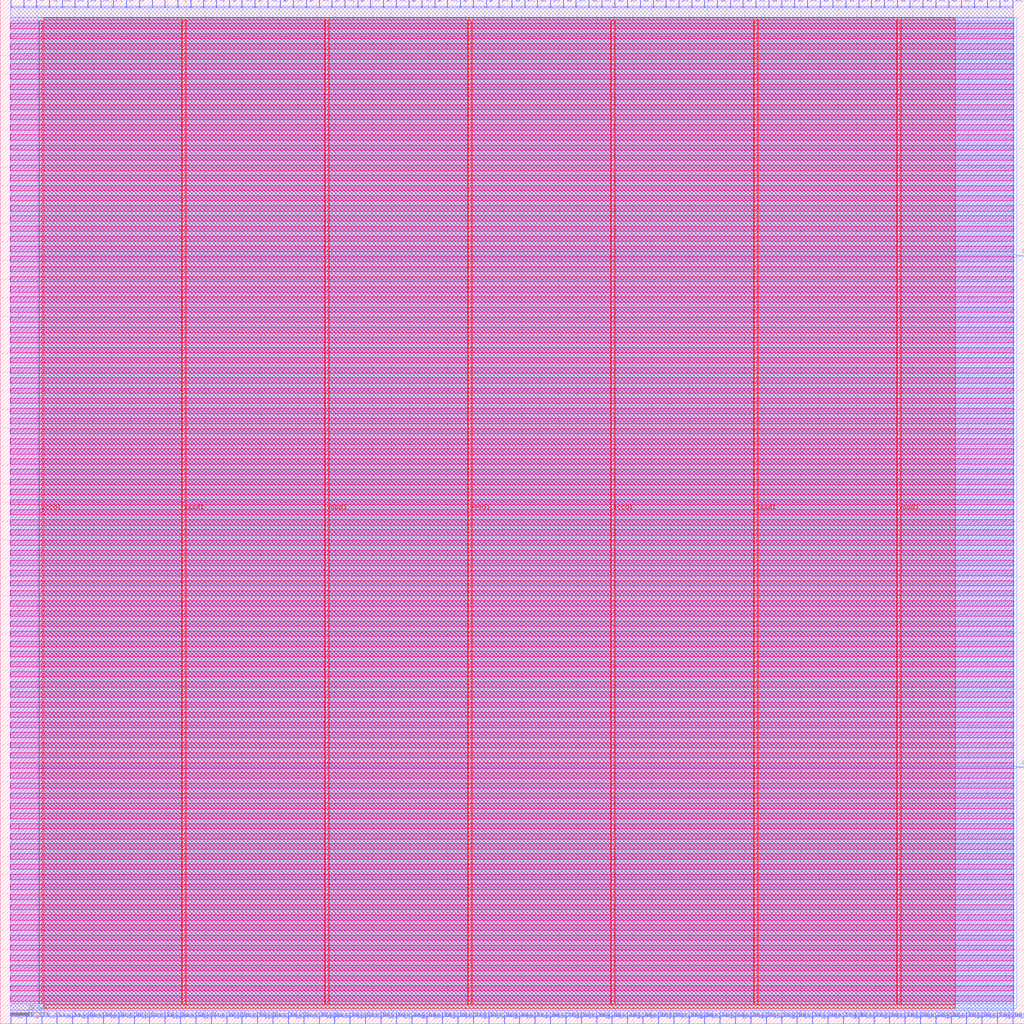
<source format=lef>
VERSION 5.7 ;
  NOWIREEXTENSIONATPIN ON ;
  DIVIDERCHAR "/" ;
  BUSBITCHARS "[]" ;
MACRO lovers_controller
  CLASS BLOCK ;
  FOREIGN lovers_controller ;
  ORIGIN 0.000 0.000 ;
  SIZE 550.000 BY 550.000 ;
  PIN becStatus[0]
    DIRECTION INPUT ;
    USE SIGNAL ;
    ANTENNAGATEAREA 0.126000 ;
    PORT
      LAYER met2 ;
        RECT 74.610 546.000 74.890 550.000 ;
    END
  END becStatus[0]
  PIN becStatus[1]
    DIRECTION INPUT ;
    USE SIGNAL ;
    ANTENNAGATEAREA 0.126000 ;
    PORT
      LAYER met2 ;
        RECT 81.510 546.000 81.790 550.000 ;
    END
  END becStatus[1]
  PIN becStatus[2]
    DIRECTION INPUT ;
    USE SIGNAL ;
    ANTENNAGATEAREA 0.126000 ;
    PORT
      LAYER met2 ;
        RECT 88.410 546.000 88.690 550.000 ;
    END
  END becStatus[2]
  PIN becStatus[3]
    DIRECTION INPUT ;
    USE SIGNAL ;
    ANTENNAGATEAREA 0.126000 ;
    PORT
      LAYER met2 ;
        RECT 95.310 546.000 95.590 550.000 ;
    END
  END becStatus[3]
  PIN data_in[0]
    DIRECTION INPUT ;
    USE SIGNAL ;
    ANTENNAGATEAREA 0.126000 ;
    PORT
      LAYER met2 ;
        RECT 109.110 546.000 109.390 550.000 ;
    END
  END data_in[0]
  PIN data_in[10]
    DIRECTION INPUT ;
    USE SIGNAL ;
    ANTENNAGATEAREA 0.126000 ;
    PORT
      LAYER met2 ;
        RECT 247.110 546.000 247.390 550.000 ;
    END
  END data_in[10]
  PIN data_in[11]
    DIRECTION INPUT ;
    USE SIGNAL ;
    ANTENNAGATEAREA 0.126000 ;
    PORT
      LAYER met2 ;
        RECT 260.910 546.000 261.190 550.000 ;
    END
  END data_in[11]
  PIN data_in[12]
    DIRECTION INPUT ;
    USE SIGNAL ;
    ANTENNAGATEAREA 0.126000 ;
    PORT
      LAYER met2 ;
        RECT 274.710 546.000 274.990 550.000 ;
    END
  END data_in[12]
  PIN data_in[13]
    DIRECTION INPUT ;
    USE SIGNAL ;
    ANTENNAGATEAREA 0.126000 ;
    PORT
      LAYER met2 ;
        RECT 288.510 546.000 288.790 550.000 ;
    END
  END data_in[13]
  PIN data_in[14]
    DIRECTION INPUT ;
    USE SIGNAL ;
    ANTENNAGATEAREA 0.126000 ;
    PORT
      LAYER met2 ;
        RECT 302.310 546.000 302.590 550.000 ;
    END
  END data_in[14]
  PIN data_in[15]
    DIRECTION INPUT ;
    USE SIGNAL ;
    ANTENNAGATEAREA 0.126000 ;
    PORT
      LAYER met2 ;
        RECT 316.110 546.000 316.390 550.000 ;
    END
  END data_in[15]
  PIN data_in[16]
    DIRECTION INPUT ;
    USE SIGNAL ;
    ANTENNAGATEAREA 0.126000 ;
    PORT
      LAYER met2 ;
        RECT 329.910 546.000 330.190 550.000 ;
    END
  END data_in[16]
  PIN data_in[17]
    DIRECTION INPUT ;
    USE SIGNAL ;
    ANTENNAGATEAREA 0.126000 ;
    PORT
      LAYER met2 ;
        RECT 343.710 546.000 343.990 550.000 ;
    END
  END data_in[17]
  PIN data_in[18]
    DIRECTION INPUT ;
    USE SIGNAL ;
    ANTENNAGATEAREA 0.126000 ;
    PORT
      LAYER met2 ;
        RECT 357.510 546.000 357.790 550.000 ;
    END
  END data_in[18]
  PIN data_in[19]
    DIRECTION INPUT ;
    USE SIGNAL ;
    ANTENNAGATEAREA 0.126000 ;
    PORT
      LAYER met2 ;
        RECT 371.310 546.000 371.590 550.000 ;
    END
  END data_in[19]
  PIN data_in[1]
    DIRECTION INPUT ;
    USE SIGNAL ;
    ANTENNAGATEAREA 0.126000 ;
    PORT
      LAYER met2 ;
        RECT 122.910 546.000 123.190 550.000 ;
    END
  END data_in[1]
  PIN data_in[20]
    DIRECTION INPUT ;
    USE SIGNAL ;
    ANTENNAGATEAREA 0.126000 ;
    PORT
      LAYER met2 ;
        RECT 385.110 546.000 385.390 550.000 ;
    END
  END data_in[20]
  PIN data_in[21]
    DIRECTION INPUT ;
    USE SIGNAL ;
    ANTENNAGATEAREA 0.126000 ;
    PORT
      LAYER met2 ;
        RECT 398.910 546.000 399.190 550.000 ;
    END
  END data_in[21]
  PIN data_in[22]
    DIRECTION INPUT ;
    USE SIGNAL ;
    ANTENNAGATEAREA 0.126000 ;
    PORT
      LAYER met2 ;
        RECT 412.710 546.000 412.990 550.000 ;
    END
  END data_in[22]
  PIN data_in[23]
    DIRECTION INPUT ;
    USE SIGNAL ;
    ANTENNAGATEAREA 0.126000 ;
    PORT
      LAYER met2 ;
        RECT 426.510 546.000 426.790 550.000 ;
    END
  END data_in[23]
  PIN data_in[24]
    DIRECTION INPUT ;
    USE SIGNAL ;
    ANTENNAGATEAREA 0.126000 ;
    PORT
      LAYER met2 ;
        RECT 440.310 546.000 440.590 550.000 ;
    END
  END data_in[24]
  PIN data_in[25]
    DIRECTION INPUT ;
    USE SIGNAL ;
    ANTENNAGATEAREA 0.126000 ;
    PORT
      LAYER met2 ;
        RECT 454.110 546.000 454.390 550.000 ;
    END
  END data_in[25]
  PIN data_in[26]
    DIRECTION INPUT ;
    USE SIGNAL ;
    ANTENNAGATEAREA 0.126000 ;
    PORT
      LAYER met2 ;
        RECT 467.910 546.000 468.190 550.000 ;
    END
  END data_in[26]
  PIN data_in[27]
    DIRECTION INPUT ;
    USE SIGNAL ;
    ANTENNAGATEAREA 0.126000 ;
    PORT
      LAYER met2 ;
        RECT 481.710 546.000 481.990 550.000 ;
    END
  END data_in[27]
  PIN data_in[28]
    DIRECTION INPUT ;
    USE SIGNAL ;
    ANTENNAGATEAREA 0.126000 ;
    PORT
      LAYER met2 ;
        RECT 495.510 546.000 495.790 550.000 ;
    END
  END data_in[28]
  PIN data_in[29]
    DIRECTION INPUT ;
    USE SIGNAL ;
    ANTENNAGATEAREA 0.126000 ;
    PORT
      LAYER met2 ;
        RECT 509.310 546.000 509.590 550.000 ;
    END
  END data_in[29]
  PIN data_in[2]
    DIRECTION INPUT ;
    USE SIGNAL ;
    ANTENNAGATEAREA 0.126000 ;
    PORT
      LAYER met2 ;
        RECT 136.710 546.000 136.990 550.000 ;
    END
  END data_in[2]
  PIN data_in[30]
    DIRECTION INPUT ;
    USE SIGNAL ;
    ANTENNAGATEAREA 0.126000 ;
    PORT
      LAYER met2 ;
        RECT 523.110 546.000 523.390 550.000 ;
    END
  END data_in[30]
  PIN data_in[31]
    DIRECTION INPUT ;
    USE SIGNAL ;
    ANTENNAGATEAREA 0.126000 ;
    PORT
      LAYER met2 ;
        RECT 536.910 546.000 537.190 550.000 ;
    END
  END data_in[31]
  PIN data_in[3]
    DIRECTION INPUT ;
    USE SIGNAL ;
    ANTENNAGATEAREA 0.126000 ;
    PORT
      LAYER met2 ;
        RECT 150.510 546.000 150.790 550.000 ;
    END
  END data_in[3]
  PIN data_in[4]
    DIRECTION INPUT ;
    USE SIGNAL ;
    ANTENNAGATEAREA 0.126000 ;
    PORT
      LAYER met2 ;
        RECT 164.310 546.000 164.590 550.000 ;
    END
  END data_in[4]
  PIN data_in[5]
    DIRECTION INPUT ;
    USE SIGNAL ;
    ANTENNAGATEAREA 0.126000 ;
    PORT
      LAYER met2 ;
        RECT 178.110 546.000 178.390 550.000 ;
    END
  END data_in[5]
  PIN data_in[6]
    DIRECTION INPUT ;
    USE SIGNAL ;
    ANTENNAGATEAREA 0.126000 ;
    PORT
      LAYER met2 ;
        RECT 191.910 546.000 192.190 550.000 ;
    END
  END data_in[6]
  PIN data_in[7]
    DIRECTION INPUT ;
    USE SIGNAL ;
    ANTENNAGATEAREA 0.126000 ;
    PORT
      LAYER met2 ;
        RECT 205.710 546.000 205.990 550.000 ;
    END
  END data_in[7]
  PIN data_in[8]
    DIRECTION INPUT ;
    USE SIGNAL ;
    ANTENNAGATEAREA 0.126000 ;
    PORT
      LAYER met2 ;
        RECT 219.510 546.000 219.790 550.000 ;
    END
  END data_in[8]
  PIN data_in[9]
    DIRECTION INPUT ;
    USE SIGNAL ;
    ANTENNAGATEAREA 0.126000 ;
    PORT
      LAYER met2 ;
        RECT 233.310 546.000 233.590 550.000 ;
    END
  END data_in[9]
  PIN data_out[0]
    DIRECTION OUTPUT TRISTATE ;
    USE SIGNAL ;
    ANTENNADIFFAREA 2.673000 ;
    PORT
      LAYER met2 ;
        RECT 116.010 546.000 116.290 550.000 ;
    END
  END data_out[0]
  PIN data_out[10]
    DIRECTION OUTPUT TRISTATE ;
    USE SIGNAL ;
    ANTENNADIFFAREA 2.673000 ;
    PORT
      LAYER met2 ;
        RECT 254.010 546.000 254.290 550.000 ;
    END
  END data_out[10]
  PIN data_out[11]
    DIRECTION OUTPUT TRISTATE ;
    USE SIGNAL ;
    ANTENNADIFFAREA 2.673000 ;
    PORT
      LAYER met2 ;
        RECT 267.810 546.000 268.090 550.000 ;
    END
  END data_out[11]
  PIN data_out[12]
    DIRECTION OUTPUT TRISTATE ;
    USE SIGNAL ;
    ANTENNADIFFAREA 2.673000 ;
    PORT
      LAYER met2 ;
        RECT 281.610 546.000 281.890 550.000 ;
    END
  END data_out[12]
  PIN data_out[13]
    DIRECTION OUTPUT TRISTATE ;
    USE SIGNAL ;
    ANTENNADIFFAREA 2.673000 ;
    PORT
      LAYER met2 ;
        RECT 295.410 546.000 295.690 550.000 ;
    END
  END data_out[13]
  PIN data_out[14]
    DIRECTION OUTPUT TRISTATE ;
    USE SIGNAL ;
    ANTENNADIFFAREA 2.673000 ;
    PORT
      LAYER met2 ;
        RECT 309.210 546.000 309.490 550.000 ;
    END
  END data_out[14]
  PIN data_out[15]
    DIRECTION OUTPUT TRISTATE ;
    USE SIGNAL ;
    ANTENNADIFFAREA 2.673000 ;
    PORT
      LAYER met2 ;
        RECT 323.010 546.000 323.290 550.000 ;
    END
  END data_out[15]
  PIN data_out[16]
    DIRECTION OUTPUT TRISTATE ;
    USE SIGNAL ;
    ANTENNADIFFAREA 2.673000 ;
    PORT
      LAYER met2 ;
        RECT 336.810 546.000 337.090 550.000 ;
    END
  END data_out[16]
  PIN data_out[17]
    DIRECTION OUTPUT TRISTATE ;
    USE SIGNAL ;
    ANTENNADIFFAREA 2.673000 ;
    PORT
      LAYER met2 ;
        RECT 350.610 546.000 350.890 550.000 ;
    END
  END data_out[17]
  PIN data_out[18]
    DIRECTION OUTPUT TRISTATE ;
    USE SIGNAL ;
    ANTENNADIFFAREA 2.673000 ;
    PORT
      LAYER met2 ;
        RECT 364.410 546.000 364.690 550.000 ;
    END
  END data_out[18]
  PIN data_out[19]
    DIRECTION OUTPUT TRISTATE ;
    USE SIGNAL ;
    ANTENNADIFFAREA 2.673000 ;
    PORT
      LAYER met2 ;
        RECT 378.210 546.000 378.490 550.000 ;
    END
  END data_out[19]
  PIN data_out[1]
    DIRECTION OUTPUT TRISTATE ;
    USE SIGNAL ;
    ANTENNADIFFAREA 2.673000 ;
    PORT
      LAYER met2 ;
        RECT 129.810 546.000 130.090 550.000 ;
    END
  END data_out[1]
  PIN data_out[20]
    DIRECTION OUTPUT TRISTATE ;
    USE SIGNAL ;
    ANTENNADIFFAREA 2.673000 ;
    PORT
      LAYER met2 ;
        RECT 392.010 546.000 392.290 550.000 ;
    END
  END data_out[20]
  PIN data_out[21]
    DIRECTION OUTPUT TRISTATE ;
    USE SIGNAL ;
    ANTENNADIFFAREA 2.673000 ;
    PORT
      LAYER met2 ;
        RECT 405.810 546.000 406.090 550.000 ;
    END
  END data_out[21]
  PIN data_out[22]
    DIRECTION OUTPUT TRISTATE ;
    USE SIGNAL ;
    ANTENNADIFFAREA 2.673000 ;
    PORT
      LAYER met2 ;
        RECT 419.610 546.000 419.890 550.000 ;
    END
  END data_out[22]
  PIN data_out[23]
    DIRECTION OUTPUT TRISTATE ;
    USE SIGNAL ;
    ANTENNADIFFAREA 2.673000 ;
    PORT
      LAYER met2 ;
        RECT 433.410 546.000 433.690 550.000 ;
    END
  END data_out[23]
  PIN data_out[24]
    DIRECTION OUTPUT TRISTATE ;
    USE SIGNAL ;
    ANTENNADIFFAREA 2.673000 ;
    PORT
      LAYER met2 ;
        RECT 447.210 546.000 447.490 550.000 ;
    END
  END data_out[24]
  PIN data_out[25]
    DIRECTION OUTPUT TRISTATE ;
    USE SIGNAL ;
    ANTENNADIFFAREA 2.673000 ;
    PORT
      LAYER met2 ;
        RECT 461.010 546.000 461.290 550.000 ;
    END
  END data_out[25]
  PIN data_out[26]
    DIRECTION OUTPUT TRISTATE ;
    USE SIGNAL ;
    ANTENNADIFFAREA 2.673000 ;
    PORT
      LAYER met2 ;
        RECT 474.810 546.000 475.090 550.000 ;
    END
  END data_out[26]
  PIN data_out[27]
    DIRECTION OUTPUT TRISTATE ;
    USE SIGNAL ;
    ANTENNADIFFAREA 2.673000 ;
    PORT
      LAYER met2 ;
        RECT 488.610 546.000 488.890 550.000 ;
    END
  END data_out[27]
  PIN data_out[28]
    DIRECTION OUTPUT TRISTATE ;
    USE SIGNAL ;
    ANTENNADIFFAREA 2.673000 ;
    PORT
      LAYER met2 ;
        RECT 502.410 546.000 502.690 550.000 ;
    END
  END data_out[28]
  PIN data_out[29]
    DIRECTION OUTPUT TRISTATE ;
    USE SIGNAL ;
    ANTENNADIFFAREA 2.673000 ;
    PORT
      LAYER met2 ;
        RECT 516.210 546.000 516.490 550.000 ;
    END
  END data_out[29]
  PIN data_out[2]
    DIRECTION OUTPUT TRISTATE ;
    USE SIGNAL ;
    ANTENNADIFFAREA 2.673000 ;
    PORT
      LAYER met2 ;
        RECT 143.610 546.000 143.890 550.000 ;
    END
  END data_out[2]
  PIN data_out[30]
    DIRECTION OUTPUT TRISTATE ;
    USE SIGNAL ;
    ANTENNADIFFAREA 2.673000 ;
    PORT
      LAYER met2 ;
        RECT 530.010 546.000 530.290 550.000 ;
    END
  END data_out[30]
  PIN data_out[31]
    DIRECTION OUTPUT TRISTATE ;
    USE SIGNAL ;
    ANTENNADIFFAREA 2.673000 ;
    PORT
      LAYER met2 ;
        RECT 543.810 546.000 544.090 550.000 ;
    END
  END data_out[31]
  PIN data_out[3]
    DIRECTION OUTPUT TRISTATE ;
    USE SIGNAL ;
    ANTENNADIFFAREA 2.673000 ;
    PORT
      LAYER met2 ;
        RECT 157.410 546.000 157.690 550.000 ;
    END
  END data_out[3]
  PIN data_out[4]
    DIRECTION OUTPUT TRISTATE ;
    USE SIGNAL ;
    ANTENNADIFFAREA 2.673000 ;
    PORT
      LAYER met2 ;
        RECT 171.210 546.000 171.490 550.000 ;
    END
  END data_out[4]
  PIN data_out[5]
    DIRECTION OUTPUT TRISTATE ;
    USE SIGNAL ;
    ANTENNADIFFAREA 2.673000 ;
    PORT
      LAYER met2 ;
        RECT 185.010 546.000 185.290 550.000 ;
    END
  END data_out[5]
  PIN data_out[6]
    DIRECTION OUTPUT TRISTATE ;
    USE SIGNAL ;
    ANTENNADIFFAREA 2.673000 ;
    PORT
      LAYER met2 ;
        RECT 198.810 546.000 199.090 550.000 ;
    END
  END data_out[6]
  PIN data_out[7]
    DIRECTION OUTPUT TRISTATE ;
    USE SIGNAL ;
    ANTENNADIFFAREA 2.673000 ;
    PORT
      LAYER met2 ;
        RECT 212.610 546.000 212.890 550.000 ;
    END
  END data_out[7]
  PIN data_out[8]
    DIRECTION OUTPUT TRISTATE ;
    USE SIGNAL ;
    ANTENNADIFFAREA 2.673000 ;
    PORT
      LAYER met2 ;
        RECT 226.410 546.000 226.690 550.000 ;
    END
  END data_out[8]
  PIN data_out[9]
    DIRECTION OUTPUT TRISTATE ;
    USE SIGNAL ;
    ANTENNADIFFAREA 2.673000 ;
    PORT
      LAYER met2 ;
        RECT 240.210 546.000 240.490 550.000 ;
    END
  END data_out[9]
  PIN io_oeb
    DIRECTION OUTPUT TRISTATE ;
    USE SIGNAL ;
    ANTENNADIFFAREA 2.673000 ;
    PORT
      LAYER met3 ;
        RECT 546.000 412.120 550.000 412.720 ;
    END
  END io_oeb
  PIN io_out
    DIRECTION OUTPUT TRISTATE ;
    USE SIGNAL ;
    ANTENNADIFFAREA 2.673000 ;
    PORT
      LAYER met3 ;
        RECT 546.000 137.400 550.000 138.000 ;
    END
  END io_out
  PIN ki
    DIRECTION OUTPUT TRISTATE ;
    USE SIGNAL ;
    ANTENNADIFFAREA 2.673000 ;
    PORT
      LAYER met2 ;
        RECT 53.910 546.000 54.190 550.000 ;
    END
  END ki
  PIN la_data_in[0]
    DIRECTION INPUT ;
    USE SIGNAL ;
    ANTENNAGATEAREA 0.126000 ;
    PORT
      LAYER met2 ;
        RECT 22.170 0.000 22.450 4.000 ;
    END
  END la_data_in[0]
  PIN la_data_in[10]
    DIRECTION INPUT ;
    USE SIGNAL ;
    ANTENNAGATEAREA 0.126000 ;
    PORT
      LAYER met2 ;
        RECT 187.770 0.000 188.050 4.000 ;
    END
  END la_data_in[10]
  PIN la_data_in[11]
    DIRECTION INPUT ;
    USE SIGNAL ;
    ANTENNAGATEAREA 0.126000 ;
    PORT
      LAYER met2 ;
        RECT 204.330 0.000 204.610 4.000 ;
    END
  END la_data_in[11]
  PIN la_data_in[12]
    DIRECTION INPUT ;
    USE SIGNAL ;
    ANTENNAGATEAREA 0.126000 ;
    PORT
      LAYER met2 ;
        RECT 220.890 0.000 221.170 4.000 ;
    END
  END la_data_in[12]
  PIN la_data_in[13]
    DIRECTION INPUT ;
    USE SIGNAL ;
    ANTENNAGATEAREA 0.126000 ;
    PORT
      LAYER met2 ;
        RECT 237.450 0.000 237.730 4.000 ;
    END
  END la_data_in[13]
  PIN la_data_in[14]
    DIRECTION INPUT ;
    USE SIGNAL ;
    ANTENNAGATEAREA 0.126000 ;
    PORT
      LAYER met2 ;
        RECT 254.010 0.000 254.290 4.000 ;
    END
  END la_data_in[14]
  PIN la_data_in[15]
    DIRECTION INPUT ;
    USE SIGNAL ;
    ANTENNAGATEAREA 0.126000 ;
    PORT
      LAYER met2 ;
        RECT 270.570 0.000 270.850 4.000 ;
    END
  END la_data_in[15]
  PIN la_data_in[16]
    DIRECTION INPUT ;
    USE SIGNAL ;
    ANTENNAGATEAREA 0.126000 ;
    PORT
      LAYER met2 ;
        RECT 287.130 0.000 287.410 4.000 ;
    END
  END la_data_in[16]
  PIN la_data_in[17]
    DIRECTION INPUT ;
    USE SIGNAL ;
    ANTENNAGATEAREA 0.126000 ;
    PORT
      LAYER met2 ;
        RECT 303.690 0.000 303.970 4.000 ;
    END
  END la_data_in[17]
  PIN la_data_in[18]
    DIRECTION INPUT ;
    USE SIGNAL ;
    ANTENNAGATEAREA 0.126000 ;
    PORT
      LAYER met2 ;
        RECT 320.250 0.000 320.530 4.000 ;
    END
  END la_data_in[18]
  PIN la_data_in[19]
    DIRECTION INPUT ;
    USE SIGNAL ;
    ANTENNAGATEAREA 0.126000 ;
    PORT
      LAYER met2 ;
        RECT 336.810 0.000 337.090 4.000 ;
    END
  END la_data_in[19]
  PIN la_data_in[1]
    DIRECTION INPUT ;
    USE SIGNAL ;
    ANTENNAGATEAREA 0.126000 ;
    PORT
      LAYER met2 ;
        RECT 38.730 0.000 39.010 4.000 ;
    END
  END la_data_in[1]
  PIN la_data_in[20]
    DIRECTION INPUT ;
    USE SIGNAL ;
    ANTENNAGATEAREA 0.126000 ;
    PORT
      LAYER met2 ;
        RECT 353.370 0.000 353.650 4.000 ;
    END
  END la_data_in[20]
  PIN la_data_in[21]
    DIRECTION INPUT ;
    USE SIGNAL ;
    ANTENNAGATEAREA 0.126000 ;
    PORT
      LAYER met2 ;
        RECT 369.930 0.000 370.210 4.000 ;
    END
  END la_data_in[21]
  PIN la_data_in[22]
    DIRECTION INPUT ;
    USE SIGNAL ;
    ANTENNAGATEAREA 0.126000 ;
    PORT
      LAYER met2 ;
        RECT 386.490 0.000 386.770 4.000 ;
    END
  END la_data_in[22]
  PIN la_data_in[23]
    DIRECTION INPUT ;
    USE SIGNAL ;
    ANTENNAGATEAREA 0.126000 ;
    PORT
      LAYER met2 ;
        RECT 403.050 0.000 403.330 4.000 ;
    END
  END la_data_in[23]
  PIN la_data_in[24]
    DIRECTION INPUT ;
    USE SIGNAL ;
    ANTENNAGATEAREA 0.126000 ;
    PORT
      LAYER met2 ;
        RECT 419.610 0.000 419.890 4.000 ;
    END
  END la_data_in[24]
  PIN la_data_in[25]
    DIRECTION INPUT ;
    USE SIGNAL ;
    ANTENNAGATEAREA 0.126000 ;
    PORT
      LAYER met2 ;
        RECT 436.170 0.000 436.450 4.000 ;
    END
  END la_data_in[25]
  PIN la_data_in[26]
    DIRECTION INPUT ;
    USE SIGNAL ;
    ANTENNAGATEAREA 0.126000 ;
    PORT
      LAYER met2 ;
        RECT 452.730 0.000 453.010 4.000 ;
    END
  END la_data_in[26]
  PIN la_data_in[27]
    DIRECTION INPUT ;
    USE SIGNAL ;
    ANTENNAGATEAREA 0.126000 ;
    PORT
      LAYER met2 ;
        RECT 469.290 0.000 469.570 4.000 ;
    END
  END la_data_in[27]
  PIN la_data_in[28]
    DIRECTION INPUT ;
    USE SIGNAL ;
    ANTENNAGATEAREA 0.126000 ;
    PORT
      LAYER met2 ;
        RECT 485.850 0.000 486.130 4.000 ;
    END
  END la_data_in[28]
  PIN la_data_in[29]
    DIRECTION INPUT ;
    USE SIGNAL ;
    ANTENNAGATEAREA 0.126000 ;
    PORT
      LAYER met2 ;
        RECT 502.410 0.000 502.690 4.000 ;
    END
  END la_data_in[29]
  PIN la_data_in[2]
    DIRECTION INPUT ;
    USE SIGNAL ;
    ANTENNAGATEAREA 0.126000 ;
    PORT
      LAYER met2 ;
        RECT 55.290 0.000 55.570 4.000 ;
    END
  END la_data_in[2]
  PIN la_data_in[30]
    DIRECTION INPUT ;
    USE SIGNAL ;
    ANTENNAGATEAREA 0.126000 ;
    PORT
      LAYER met2 ;
        RECT 518.970 0.000 519.250 4.000 ;
    END
  END la_data_in[30]
  PIN la_data_in[31]
    DIRECTION INPUT ;
    USE SIGNAL ;
    ANTENNAGATEAREA 0.126000 ;
    PORT
      LAYER met2 ;
        RECT 535.530 0.000 535.810 4.000 ;
    END
  END la_data_in[31]
  PIN la_data_in[3]
    DIRECTION INPUT ;
    USE SIGNAL ;
    ANTENNAGATEAREA 0.126000 ;
    PORT
      LAYER met2 ;
        RECT 71.850 0.000 72.130 4.000 ;
    END
  END la_data_in[3]
  PIN la_data_in[4]
    DIRECTION INPUT ;
    USE SIGNAL ;
    ANTENNAGATEAREA 0.126000 ;
    PORT
      LAYER met2 ;
        RECT 88.410 0.000 88.690 4.000 ;
    END
  END la_data_in[4]
  PIN la_data_in[5]
    DIRECTION INPUT ;
    USE SIGNAL ;
    ANTENNAGATEAREA 0.126000 ;
    PORT
      LAYER met2 ;
        RECT 104.970 0.000 105.250 4.000 ;
    END
  END la_data_in[5]
  PIN la_data_in[6]
    DIRECTION INPUT ;
    USE SIGNAL ;
    ANTENNAGATEAREA 0.126000 ;
    PORT
      LAYER met2 ;
        RECT 121.530 0.000 121.810 4.000 ;
    END
  END la_data_in[6]
  PIN la_data_in[7]
    DIRECTION INPUT ;
    USE SIGNAL ;
    ANTENNAGATEAREA 0.126000 ;
    PORT
      LAYER met2 ;
        RECT 138.090 0.000 138.370 4.000 ;
    END
  END la_data_in[7]
  PIN la_data_in[8]
    DIRECTION INPUT ;
    USE SIGNAL ;
    ANTENNAGATEAREA 0.126000 ;
    PORT
      LAYER met2 ;
        RECT 154.650 0.000 154.930 4.000 ;
    END
  END la_data_in[8]
  PIN la_data_in[9]
    DIRECTION INPUT ;
    USE SIGNAL ;
    ANTENNAGATEAREA 0.126000 ;
    PORT
      LAYER met2 ;
        RECT 171.210 0.000 171.490 4.000 ;
    END
  END la_data_in[9]
  PIN la_data_out[0]
    DIRECTION OUTPUT TRISTATE ;
    USE SIGNAL ;
    ANTENNADIFFAREA 2.673000 ;
    PORT
      LAYER met2 ;
        RECT 30.450 0.000 30.730 4.000 ;
    END
  END la_data_out[0]
  PIN la_data_out[10]
    DIRECTION OUTPUT TRISTATE ;
    USE SIGNAL ;
    ANTENNADIFFAREA 2.673000 ;
    PORT
      LAYER met2 ;
        RECT 196.050 0.000 196.330 4.000 ;
    END
  END la_data_out[10]
  PIN la_data_out[11]
    DIRECTION OUTPUT TRISTATE ;
    USE SIGNAL ;
    ANTENNADIFFAREA 2.673000 ;
    PORT
      LAYER met2 ;
        RECT 212.610 0.000 212.890 4.000 ;
    END
  END la_data_out[11]
  PIN la_data_out[12]
    DIRECTION OUTPUT TRISTATE ;
    USE SIGNAL ;
    ANTENNADIFFAREA 2.673000 ;
    PORT
      LAYER met2 ;
        RECT 229.170 0.000 229.450 4.000 ;
    END
  END la_data_out[12]
  PIN la_data_out[13]
    DIRECTION OUTPUT TRISTATE ;
    USE SIGNAL ;
    ANTENNADIFFAREA 2.673000 ;
    PORT
      LAYER met2 ;
        RECT 245.730 0.000 246.010 4.000 ;
    END
  END la_data_out[13]
  PIN la_data_out[14]
    DIRECTION OUTPUT TRISTATE ;
    USE SIGNAL ;
    ANTENNADIFFAREA 2.673000 ;
    PORT
      LAYER met2 ;
        RECT 262.290 0.000 262.570 4.000 ;
    END
  END la_data_out[14]
  PIN la_data_out[15]
    DIRECTION OUTPUT TRISTATE ;
    USE SIGNAL ;
    ANTENNADIFFAREA 2.673000 ;
    PORT
      LAYER met2 ;
        RECT 278.850 0.000 279.130 4.000 ;
    END
  END la_data_out[15]
  PIN la_data_out[16]
    DIRECTION OUTPUT TRISTATE ;
    USE SIGNAL ;
    ANTENNADIFFAREA 2.673000 ;
    PORT
      LAYER met2 ;
        RECT 295.410 0.000 295.690 4.000 ;
    END
  END la_data_out[16]
  PIN la_data_out[17]
    DIRECTION OUTPUT TRISTATE ;
    USE SIGNAL ;
    ANTENNADIFFAREA 2.673000 ;
    PORT
      LAYER met2 ;
        RECT 311.970 0.000 312.250 4.000 ;
    END
  END la_data_out[17]
  PIN la_data_out[18]
    DIRECTION OUTPUT TRISTATE ;
    USE SIGNAL ;
    ANTENNADIFFAREA 2.673000 ;
    PORT
      LAYER met2 ;
        RECT 328.530 0.000 328.810 4.000 ;
    END
  END la_data_out[18]
  PIN la_data_out[19]
    DIRECTION OUTPUT TRISTATE ;
    USE SIGNAL ;
    ANTENNADIFFAREA 2.673000 ;
    PORT
      LAYER met2 ;
        RECT 345.090 0.000 345.370 4.000 ;
    END
  END la_data_out[19]
  PIN la_data_out[1]
    DIRECTION OUTPUT TRISTATE ;
    USE SIGNAL ;
    ANTENNADIFFAREA 2.673000 ;
    PORT
      LAYER met2 ;
        RECT 47.010 0.000 47.290 4.000 ;
    END
  END la_data_out[1]
  PIN la_data_out[20]
    DIRECTION OUTPUT TRISTATE ;
    USE SIGNAL ;
    ANTENNADIFFAREA 2.673000 ;
    PORT
      LAYER met2 ;
        RECT 361.650 0.000 361.930 4.000 ;
    END
  END la_data_out[20]
  PIN la_data_out[21]
    DIRECTION OUTPUT TRISTATE ;
    USE SIGNAL ;
    ANTENNADIFFAREA 2.673000 ;
    PORT
      LAYER met2 ;
        RECT 378.210 0.000 378.490 4.000 ;
    END
  END la_data_out[21]
  PIN la_data_out[22]
    DIRECTION OUTPUT TRISTATE ;
    USE SIGNAL ;
    ANTENNADIFFAREA 2.673000 ;
    PORT
      LAYER met2 ;
        RECT 394.770 0.000 395.050 4.000 ;
    END
  END la_data_out[22]
  PIN la_data_out[23]
    DIRECTION OUTPUT TRISTATE ;
    USE SIGNAL ;
    ANTENNADIFFAREA 2.673000 ;
    PORT
      LAYER met2 ;
        RECT 411.330 0.000 411.610 4.000 ;
    END
  END la_data_out[23]
  PIN la_data_out[24]
    DIRECTION OUTPUT TRISTATE ;
    USE SIGNAL ;
    ANTENNADIFFAREA 2.673000 ;
    PORT
      LAYER met2 ;
        RECT 427.890 0.000 428.170 4.000 ;
    END
  END la_data_out[24]
  PIN la_data_out[25]
    DIRECTION OUTPUT TRISTATE ;
    USE SIGNAL ;
    ANTENNADIFFAREA 2.673000 ;
    PORT
      LAYER met2 ;
        RECT 444.450 0.000 444.730 4.000 ;
    END
  END la_data_out[25]
  PIN la_data_out[26]
    DIRECTION OUTPUT TRISTATE ;
    USE SIGNAL ;
    ANTENNADIFFAREA 2.673000 ;
    PORT
      LAYER met2 ;
        RECT 461.010 0.000 461.290 4.000 ;
    END
  END la_data_out[26]
  PIN la_data_out[27]
    DIRECTION OUTPUT TRISTATE ;
    USE SIGNAL ;
    ANTENNADIFFAREA 2.673000 ;
    PORT
      LAYER met2 ;
        RECT 477.570 0.000 477.850 4.000 ;
    END
  END la_data_out[27]
  PIN la_data_out[28]
    DIRECTION OUTPUT TRISTATE ;
    USE SIGNAL ;
    ANTENNADIFFAREA 2.673000 ;
    PORT
      LAYER met2 ;
        RECT 494.130 0.000 494.410 4.000 ;
    END
  END la_data_out[28]
  PIN la_data_out[29]
    DIRECTION OUTPUT TRISTATE ;
    USE SIGNAL ;
    ANTENNADIFFAREA 2.673000 ;
    PORT
      LAYER met2 ;
        RECT 510.690 0.000 510.970 4.000 ;
    END
  END la_data_out[29]
  PIN la_data_out[2]
    DIRECTION OUTPUT TRISTATE ;
    USE SIGNAL ;
    ANTENNADIFFAREA 2.673000 ;
    PORT
      LAYER met2 ;
        RECT 63.570 0.000 63.850 4.000 ;
    END
  END la_data_out[2]
  PIN la_data_out[30]
    DIRECTION OUTPUT TRISTATE ;
    USE SIGNAL ;
    ANTENNADIFFAREA 2.673000 ;
    PORT
      LAYER met2 ;
        RECT 527.250 0.000 527.530 4.000 ;
    END
  END la_data_out[30]
  PIN la_data_out[31]
    DIRECTION OUTPUT TRISTATE ;
    USE SIGNAL ;
    ANTENNADIFFAREA 2.673000 ;
    PORT
      LAYER met2 ;
        RECT 543.810 0.000 544.090 4.000 ;
    END
  END la_data_out[31]
  PIN la_data_out[3]
    DIRECTION OUTPUT TRISTATE ;
    USE SIGNAL ;
    ANTENNADIFFAREA 2.673000 ;
    PORT
      LAYER met2 ;
        RECT 80.130 0.000 80.410 4.000 ;
    END
  END la_data_out[3]
  PIN la_data_out[4]
    DIRECTION OUTPUT TRISTATE ;
    USE SIGNAL ;
    ANTENNADIFFAREA 2.673000 ;
    PORT
      LAYER met2 ;
        RECT 96.690 0.000 96.970 4.000 ;
    END
  END la_data_out[4]
  PIN la_data_out[5]
    DIRECTION OUTPUT TRISTATE ;
    USE SIGNAL ;
    ANTENNADIFFAREA 2.673000 ;
    PORT
      LAYER met2 ;
        RECT 113.250 0.000 113.530 4.000 ;
    END
  END la_data_out[5]
  PIN la_data_out[6]
    DIRECTION OUTPUT TRISTATE ;
    USE SIGNAL ;
    ANTENNADIFFAREA 2.673000 ;
    PORT
      LAYER met2 ;
        RECT 129.810 0.000 130.090 4.000 ;
    END
  END la_data_out[6]
  PIN la_data_out[7]
    DIRECTION OUTPUT TRISTATE ;
    USE SIGNAL ;
    ANTENNADIFFAREA 2.673000 ;
    PORT
      LAYER met2 ;
        RECT 146.370 0.000 146.650 4.000 ;
    END
  END la_data_out[7]
  PIN la_data_out[8]
    DIRECTION OUTPUT TRISTATE ;
    USE SIGNAL ;
    ANTENNADIFFAREA 2.673000 ;
    PORT
      LAYER met2 ;
        RECT 162.930 0.000 163.210 4.000 ;
    END
  END la_data_out[8]
  PIN la_data_out[9]
    DIRECTION OUTPUT TRISTATE ;
    USE SIGNAL ;
    ANTENNADIFFAREA 2.673000 ;
    PORT
      LAYER met2 ;
        RECT 179.490 0.000 179.770 4.000 ;
    END
  END la_data_out[9]
  PIN load_data
    DIRECTION OUTPUT TRISTATE ;
    USE SIGNAL ;
    ANTENNADIFFAREA 2.673000 ;
    PORT
      LAYER met2 ;
        RECT 47.010 546.000 47.290 550.000 ;
    END
  END load_data
  PIN load_status[0]
    DIRECTION OUTPUT TRISTATE ;
    USE SIGNAL ;
    ANTENNADIFFAREA 2.673000 ;
    PORT
      LAYER met2 ;
        RECT 5.610 546.000 5.890 550.000 ;
    END
  END load_status[0]
  PIN load_status[1]
    DIRECTION OUTPUT TRISTATE ;
    USE SIGNAL ;
    ANTENNADIFFAREA 2.673000 ;
    PORT
      LAYER met2 ;
        RECT 12.510 546.000 12.790 550.000 ;
    END
  END load_status[1]
  PIN load_status[2]
    DIRECTION OUTPUT TRISTATE ;
    USE SIGNAL ;
    ANTENNADIFFAREA 2.673000 ;
    PORT
      LAYER met2 ;
        RECT 19.410 546.000 19.690 550.000 ;
    END
  END load_status[2]
  PIN load_status[3]
    DIRECTION OUTPUT TRISTATE ;
    USE SIGNAL ;
    ANTENNADIFFAREA 2.673000 ;
    PORT
      LAYER met2 ;
        RECT 26.310 546.000 26.590 550.000 ;
    END
  END load_status[3]
  PIN load_status[4]
    DIRECTION OUTPUT TRISTATE ;
    USE SIGNAL ;
    ANTENNADIFFAREA 2.673000 ;
    PORT
      LAYER met2 ;
        RECT 33.210 546.000 33.490 550.000 ;
    END
  END load_status[4]
  PIN load_status[5]
    DIRECTION OUTPUT TRISTATE ;
    USE SIGNAL ;
    ANTENNADIFFAREA 2.673000 ;
    PORT
      LAYER met2 ;
        RECT 40.110 546.000 40.390 550.000 ;
    END
  END load_status[5]
  PIN next_key
    DIRECTION INPUT ;
    USE SIGNAL ;
    ANTENNAGATEAREA 0.126000 ;
    PORT
      LAYER met2 ;
        RECT 60.810 546.000 61.090 550.000 ;
    END
  END next_key
  PIN slv_done
    DIRECTION INPUT ;
    USE SIGNAL ;
    ANTENNAGATEAREA 0.126000 ;
    PORT
      LAYER met2 ;
        RECT 67.710 546.000 67.990 550.000 ;
    END
  END slv_done
  PIN slv_enable
    DIRECTION OUTPUT TRISTATE ;
    USE SIGNAL ;
    ANTENNADIFFAREA 2.673000 ;
    PORT
      LAYER met2 ;
        RECT 102.210 546.000 102.490 550.000 ;
    END
  END slv_enable
  PIN vccd1
    DIRECTION INOUT ;
    USE POWER ;
    PORT
      LAYER met4 ;
        RECT 21.040 10.640 22.640 538.800 ;
    END
    PORT
      LAYER met4 ;
        RECT 174.640 10.640 176.240 538.800 ;
    END
    PORT
      LAYER met4 ;
        RECT 328.240 10.640 329.840 538.800 ;
    END
    PORT
      LAYER met4 ;
        RECT 481.840 10.640 483.440 538.800 ;
    END
  END vccd1
  PIN vssd1
    DIRECTION INOUT ;
    USE GROUND ;
    PORT
      LAYER met4 ;
        RECT 97.840 10.640 99.440 538.800 ;
    END
    PORT
      LAYER met4 ;
        RECT 251.440 10.640 253.040 538.800 ;
    END
    PORT
      LAYER met4 ;
        RECT 405.040 10.640 406.640 538.800 ;
    END
  END vssd1
  PIN wb_clk_i
    DIRECTION INPUT ;
    USE SIGNAL ;
    ANTENNAGATEAREA 0.852000 ;
    PORT
      LAYER met2 ;
        RECT 5.610 0.000 5.890 4.000 ;
    END
  END wb_clk_i
  PIN wb_rst_i
    DIRECTION INPUT ;
    USE SIGNAL ;
    ANTENNAGATEAREA 0.196500 ;
    PORT
      LAYER met2 ;
        RECT 13.890 0.000 14.170 4.000 ;
    END
  END wb_rst_i
  OBS
      LAYER nwell ;
        RECT 5.330 534.425 544.370 537.255 ;
        RECT 5.330 528.985 544.370 531.815 ;
        RECT 5.330 523.545 544.370 526.375 ;
        RECT 5.330 518.105 544.370 520.935 ;
        RECT 5.330 512.665 544.370 515.495 ;
        RECT 5.330 507.225 544.370 510.055 ;
        RECT 5.330 501.785 544.370 504.615 ;
        RECT 5.330 496.345 544.370 499.175 ;
        RECT 5.330 490.905 544.370 493.735 ;
        RECT 5.330 485.465 544.370 488.295 ;
        RECT 5.330 480.025 544.370 482.855 ;
        RECT 5.330 474.585 544.370 477.415 ;
        RECT 5.330 469.145 544.370 471.975 ;
        RECT 5.330 463.705 544.370 466.535 ;
        RECT 5.330 458.265 544.370 461.095 ;
        RECT 5.330 452.825 544.370 455.655 ;
        RECT 5.330 447.385 544.370 450.215 ;
        RECT 5.330 441.945 544.370 444.775 ;
        RECT 5.330 436.505 544.370 439.335 ;
        RECT 5.330 431.065 544.370 433.895 ;
        RECT 5.330 425.625 544.370 428.455 ;
        RECT 5.330 420.185 544.370 423.015 ;
        RECT 5.330 414.745 544.370 417.575 ;
        RECT 5.330 409.305 544.370 412.135 ;
        RECT 5.330 403.865 544.370 406.695 ;
        RECT 5.330 398.425 544.370 401.255 ;
        RECT 5.330 392.985 544.370 395.815 ;
        RECT 5.330 387.545 544.370 390.375 ;
        RECT 5.330 382.105 544.370 384.935 ;
        RECT 5.330 376.665 544.370 379.495 ;
        RECT 5.330 371.225 544.370 374.055 ;
        RECT 5.330 365.785 544.370 368.615 ;
        RECT 5.330 360.345 544.370 363.175 ;
        RECT 5.330 354.905 544.370 357.735 ;
        RECT 5.330 349.465 544.370 352.295 ;
        RECT 5.330 344.025 544.370 346.855 ;
        RECT 5.330 338.585 544.370 341.415 ;
        RECT 5.330 333.145 544.370 335.975 ;
        RECT 5.330 327.705 544.370 330.535 ;
        RECT 5.330 322.265 544.370 325.095 ;
        RECT 5.330 316.825 544.370 319.655 ;
        RECT 5.330 311.385 544.370 314.215 ;
        RECT 5.330 305.945 544.370 308.775 ;
        RECT 5.330 300.505 544.370 303.335 ;
        RECT 5.330 295.065 544.370 297.895 ;
        RECT 5.330 289.625 544.370 292.455 ;
        RECT 5.330 284.185 544.370 287.015 ;
        RECT 5.330 278.745 544.370 281.575 ;
        RECT 5.330 273.305 544.370 276.135 ;
        RECT 5.330 267.865 544.370 270.695 ;
        RECT 5.330 262.425 544.370 265.255 ;
        RECT 5.330 256.985 544.370 259.815 ;
        RECT 5.330 251.545 544.370 254.375 ;
        RECT 5.330 246.105 544.370 248.935 ;
        RECT 5.330 240.665 544.370 243.495 ;
        RECT 5.330 235.225 544.370 238.055 ;
        RECT 5.330 229.785 544.370 232.615 ;
        RECT 5.330 224.345 544.370 227.175 ;
        RECT 5.330 218.905 544.370 221.735 ;
        RECT 5.330 213.465 544.370 216.295 ;
        RECT 5.330 208.025 544.370 210.855 ;
        RECT 5.330 202.585 544.370 205.415 ;
        RECT 5.330 197.145 544.370 199.975 ;
        RECT 5.330 191.705 544.370 194.535 ;
        RECT 5.330 186.265 544.370 189.095 ;
        RECT 5.330 180.825 544.370 183.655 ;
        RECT 5.330 175.385 544.370 178.215 ;
        RECT 5.330 169.945 544.370 172.775 ;
        RECT 5.330 164.505 544.370 167.335 ;
        RECT 5.330 159.065 544.370 161.895 ;
        RECT 5.330 153.625 544.370 156.455 ;
        RECT 5.330 148.185 544.370 151.015 ;
        RECT 5.330 142.745 544.370 145.575 ;
        RECT 5.330 137.305 544.370 140.135 ;
        RECT 5.330 131.865 544.370 134.695 ;
        RECT 5.330 126.425 544.370 129.255 ;
        RECT 5.330 120.985 544.370 123.815 ;
        RECT 5.330 115.545 544.370 118.375 ;
        RECT 5.330 110.105 544.370 112.935 ;
        RECT 5.330 104.665 544.370 107.495 ;
        RECT 5.330 99.225 544.370 102.055 ;
        RECT 5.330 93.785 544.370 96.615 ;
        RECT 5.330 88.345 544.370 91.175 ;
        RECT 5.330 82.905 544.370 85.735 ;
        RECT 5.330 77.465 544.370 80.295 ;
        RECT 5.330 72.025 544.370 74.855 ;
        RECT 5.330 66.585 544.370 69.415 ;
        RECT 5.330 61.145 544.370 63.975 ;
        RECT 5.330 55.705 544.370 58.535 ;
        RECT 5.330 50.265 544.370 53.095 ;
        RECT 5.330 44.825 544.370 47.655 ;
        RECT 5.330 39.385 544.370 42.215 ;
        RECT 5.330 33.945 544.370 36.775 ;
        RECT 5.330 28.505 544.370 31.335 ;
        RECT 5.330 23.065 544.370 25.895 ;
        RECT 5.330 17.625 544.370 20.455 ;
        RECT 5.330 12.185 544.370 15.015 ;
      LAYER li1 ;
        RECT 5.520 10.795 544.180 538.645 ;
      LAYER met1 ;
        RECT 5.520 7.180 544.480 540.560 ;
      LAYER met2 ;
        RECT 6.170 545.720 12.230 546.450 ;
        RECT 13.070 545.720 19.130 546.450 ;
        RECT 19.970 545.720 26.030 546.450 ;
        RECT 26.870 545.720 32.930 546.450 ;
        RECT 33.770 545.720 39.830 546.450 ;
        RECT 40.670 545.720 46.730 546.450 ;
        RECT 47.570 545.720 53.630 546.450 ;
        RECT 54.470 545.720 60.530 546.450 ;
        RECT 61.370 545.720 67.430 546.450 ;
        RECT 68.270 545.720 74.330 546.450 ;
        RECT 75.170 545.720 81.230 546.450 ;
        RECT 82.070 545.720 88.130 546.450 ;
        RECT 88.970 545.720 95.030 546.450 ;
        RECT 95.870 545.720 101.930 546.450 ;
        RECT 102.770 545.720 108.830 546.450 ;
        RECT 109.670 545.720 115.730 546.450 ;
        RECT 116.570 545.720 122.630 546.450 ;
        RECT 123.470 545.720 129.530 546.450 ;
        RECT 130.370 545.720 136.430 546.450 ;
        RECT 137.270 545.720 143.330 546.450 ;
        RECT 144.170 545.720 150.230 546.450 ;
        RECT 151.070 545.720 157.130 546.450 ;
        RECT 157.970 545.720 164.030 546.450 ;
        RECT 164.870 545.720 170.930 546.450 ;
        RECT 171.770 545.720 177.830 546.450 ;
        RECT 178.670 545.720 184.730 546.450 ;
        RECT 185.570 545.720 191.630 546.450 ;
        RECT 192.470 545.720 198.530 546.450 ;
        RECT 199.370 545.720 205.430 546.450 ;
        RECT 206.270 545.720 212.330 546.450 ;
        RECT 213.170 545.720 219.230 546.450 ;
        RECT 220.070 545.720 226.130 546.450 ;
        RECT 226.970 545.720 233.030 546.450 ;
        RECT 233.870 545.720 239.930 546.450 ;
        RECT 240.770 545.720 246.830 546.450 ;
        RECT 247.670 545.720 253.730 546.450 ;
        RECT 254.570 545.720 260.630 546.450 ;
        RECT 261.470 545.720 267.530 546.450 ;
        RECT 268.370 545.720 274.430 546.450 ;
        RECT 275.270 545.720 281.330 546.450 ;
        RECT 282.170 545.720 288.230 546.450 ;
        RECT 289.070 545.720 295.130 546.450 ;
        RECT 295.970 545.720 302.030 546.450 ;
        RECT 302.870 545.720 308.930 546.450 ;
        RECT 309.770 545.720 315.830 546.450 ;
        RECT 316.670 545.720 322.730 546.450 ;
        RECT 323.570 545.720 329.630 546.450 ;
        RECT 330.470 545.720 336.530 546.450 ;
        RECT 337.370 545.720 343.430 546.450 ;
        RECT 344.270 545.720 350.330 546.450 ;
        RECT 351.170 545.720 357.230 546.450 ;
        RECT 358.070 545.720 364.130 546.450 ;
        RECT 364.970 545.720 371.030 546.450 ;
        RECT 371.870 545.720 377.930 546.450 ;
        RECT 378.770 545.720 384.830 546.450 ;
        RECT 385.670 545.720 391.730 546.450 ;
        RECT 392.570 545.720 398.630 546.450 ;
        RECT 399.470 545.720 405.530 546.450 ;
        RECT 406.370 545.720 412.430 546.450 ;
        RECT 413.270 545.720 419.330 546.450 ;
        RECT 420.170 545.720 426.230 546.450 ;
        RECT 427.070 545.720 433.130 546.450 ;
        RECT 433.970 545.720 440.030 546.450 ;
        RECT 440.870 545.720 446.930 546.450 ;
        RECT 447.770 545.720 453.830 546.450 ;
        RECT 454.670 545.720 460.730 546.450 ;
        RECT 461.570 545.720 467.630 546.450 ;
        RECT 468.470 545.720 474.530 546.450 ;
        RECT 475.370 545.720 481.430 546.450 ;
        RECT 482.270 545.720 488.330 546.450 ;
        RECT 489.170 545.720 495.230 546.450 ;
        RECT 496.070 545.720 502.130 546.450 ;
        RECT 502.970 545.720 509.030 546.450 ;
        RECT 509.870 545.720 515.930 546.450 ;
        RECT 516.770 545.720 522.830 546.450 ;
        RECT 523.670 545.720 529.730 546.450 ;
        RECT 530.570 545.720 536.630 546.450 ;
        RECT 537.470 545.720 543.530 546.450 ;
        RECT 5.620 4.280 544.080 545.720 ;
        RECT 6.170 3.670 13.610 4.280 ;
        RECT 14.450 3.670 21.890 4.280 ;
        RECT 22.730 3.670 30.170 4.280 ;
        RECT 31.010 3.670 38.450 4.280 ;
        RECT 39.290 3.670 46.730 4.280 ;
        RECT 47.570 3.670 55.010 4.280 ;
        RECT 55.850 3.670 63.290 4.280 ;
        RECT 64.130 3.670 71.570 4.280 ;
        RECT 72.410 3.670 79.850 4.280 ;
        RECT 80.690 3.670 88.130 4.280 ;
        RECT 88.970 3.670 96.410 4.280 ;
        RECT 97.250 3.670 104.690 4.280 ;
        RECT 105.530 3.670 112.970 4.280 ;
        RECT 113.810 3.670 121.250 4.280 ;
        RECT 122.090 3.670 129.530 4.280 ;
        RECT 130.370 3.670 137.810 4.280 ;
        RECT 138.650 3.670 146.090 4.280 ;
        RECT 146.930 3.670 154.370 4.280 ;
        RECT 155.210 3.670 162.650 4.280 ;
        RECT 163.490 3.670 170.930 4.280 ;
        RECT 171.770 3.670 179.210 4.280 ;
        RECT 180.050 3.670 187.490 4.280 ;
        RECT 188.330 3.670 195.770 4.280 ;
        RECT 196.610 3.670 204.050 4.280 ;
        RECT 204.890 3.670 212.330 4.280 ;
        RECT 213.170 3.670 220.610 4.280 ;
        RECT 221.450 3.670 228.890 4.280 ;
        RECT 229.730 3.670 237.170 4.280 ;
        RECT 238.010 3.670 245.450 4.280 ;
        RECT 246.290 3.670 253.730 4.280 ;
        RECT 254.570 3.670 262.010 4.280 ;
        RECT 262.850 3.670 270.290 4.280 ;
        RECT 271.130 3.670 278.570 4.280 ;
        RECT 279.410 3.670 286.850 4.280 ;
        RECT 287.690 3.670 295.130 4.280 ;
        RECT 295.970 3.670 303.410 4.280 ;
        RECT 304.250 3.670 311.690 4.280 ;
        RECT 312.530 3.670 319.970 4.280 ;
        RECT 320.810 3.670 328.250 4.280 ;
        RECT 329.090 3.670 336.530 4.280 ;
        RECT 337.370 3.670 344.810 4.280 ;
        RECT 345.650 3.670 353.090 4.280 ;
        RECT 353.930 3.670 361.370 4.280 ;
        RECT 362.210 3.670 369.650 4.280 ;
        RECT 370.490 3.670 377.930 4.280 ;
        RECT 378.770 3.670 386.210 4.280 ;
        RECT 387.050 3.670 394.490 4.280 ;
        RECT 395.330 3.670 402.770 4.280 ;
        RECT 403.610 3.670 411.050 4.280 ;
        RECT 411.890 3.670 419.330 4.280 ;
        RECT 420.170 3.670 427.610 4.280 ;
        RECT 428.450 3.670 435.890 4.280 ;
        RECT 436.730 3.670 444.170 4.280 ;
        RECT 445.010 3.670 452.450 4.280 ;
        RECT 453.290 3.670 460.730 4.280 ;
        RECT 461.570 3.670 469.010 4.280 ;
        RECT 469.850 3.670 477.290 4.280 ;
        RECT 478.130 3.670 485.570 4.280 ;
        RECT 486.410 3.670 493.850 4.280 ;
        RECT 494.690 3.670 502.130 4.280 ;
        RECT 502.970 3.670 510.410 4.280 ;
        RECT 511.250 3.670 518.690 4.280 ;
        RECT 519.530 3.670 526.970 4.280 ;
        RECT 527.810 3.670 535.250 4.280 ;
        RECT 536.090 3.670 543.530 4.280 ;
      LAYER met3 ;
        RECT 20.305 413.120 546.000 540.425 ;
        RECT 20.305 411.720 545.600 413.120 ;
        RECT 20.305 138.400 546.000 411.720 ;
        RECT 20.305 137.000 545.600 138.400 ;
        RECT 20.305 8.335 546.000 137.000 ;
      LAYER met4 ;
        RECT 23.295 539.200 513.065 540.425 ;
        RECT 23.295 10.240 97.440 539.200 ;
        RECT 99.840 10.240 174.240 539.200 ;
        RECT 176.640 10.240 251.040 539.200 ;
        RECT 253.440 10.240 327.840 539.200 ;
        RECT 330.240 10.240 404.640 539.200 ;
        RECT 407.040 10.240 481.440 539.200 ;
        RECT 483.840 10.240 513.065 539.200 ;
        RECT 23.295 8.335 513.065 10.240 ;
  END
END lovers_controller
END LIBRARY


</source>
